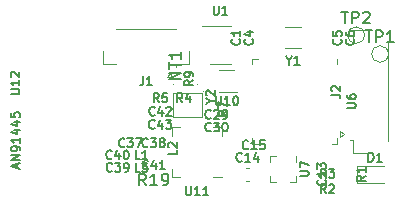
<source format=gbr>
G04 #@! TF.GenerationSoftware,KiCad,Pcbnew,(5.1.5-0-10_14)*
G04 #@! TF.CreationDate,2020-08-25T16:28:50-04:00*
G04 #@! TF.ProjectId,ESLO,45534c4f-2e6b-4696-9361-645f70636258,rev?*
G04 #@! TF.SameCoordinates,Original*
G04 #@! TF.FileFunction,Legend,Top*
G04 #@! TF.FilePolarity,Positive*
%FSLAX46Y46*%
G04 Gerber Fmt 4.6, Leading zero omitted, Abs format (unit mm)*
G04 Created by KiCad (PCBNEW (5.1.5-0-10_14)) date 2020-08-25 16:28:50*
%MOMM*%
%LPD*%
G04 APERTURE LIST*
%ADD10C,0.120000*%
%ADD11C,0.100000*%
%ADD12C,0.150000*%
G04 APERTURE END LIST*
D10*
X168400000Y-101100000D02*
G75*
G03X168400000Y-101100000I-700000J0D01*
G01*
X170425000Y-102700000D02*
G75*
G03X170425000Y-102700000I-700000J0D01*
G01*
X154675000Y-106000000D02*
X154675000Y-106000000D01*
X154675000Y-108050000D02*
X154675000Y-106000000D01*
X152225000Y-108050000D02*
X154675000Y-108050000D01*
X152225000Y-106000000D02*
X152225000Y-108050000D01*
X154675000Y-106000000D02*
X152225000Y-106000000D01*
D11*
X154775000Y-105900000D02*
G75*
G03X154775000Y-105900000I-50000J0D01*
G01*
X152255000Y-105275000D02*
G75*
G03X152255000Y-105275000I-50000J0D01*
G01*
X154255000Y-105275000D02*
G75*
G03X154255000Y-105275000I-50000J0D01*
G01*
D10*
X155585000Y-113135000D02*
X156310000Y-113135000D01*
X152090000Y-108915000D02*
X152090000Y-109640000D01*
X152815000Y-108915000D02*
X152090000Y-108915000D01*
X156310000Y-108915000D02*
X156310000Y-109640000D01*
X155585000Y-108915000D02*
X156310000Y-108915000D01*
X152090000Y-113135000D02*
X152090000Y-112410000D01*
X152815000Y-113135000D02*
X152090000Y-113135000D01*
X157650000Y-105875000D02*
X156100000Y-105875000D01*
X156100000Y-104075000D02*
X157400000Y-104075000D01*
X166110000Y-103565000D02*
X166110000Y-103090000D01*
X158890000Y-110310000D02*
X159365000Y-110310000D01*
X158890000Y-109835000D02*
X158890000Y-110310000D01*
X158890000Y-103090000D02*
X159365000Y-103090000D01*
X158890000Y-103565000D02*
X158890000Y-103090000D01*
X166110000Y-110310000D02*
X165635000Y-110310000D01*
X166110000Y-109835000D02*
X166110000Y-110310000D01*
X162600000Y-111350000D02*
X162600000Y-111350000D01*
X162600000Y-111850000D02*
X162600000Y-111350000D01*
X160900000Y-111350000D02*
X160900000Y-111350000D01*
X160400000Y-111350000D02*
X160900000Y-111350000D01*
X160400000Y-111850000D02*
X160400000Y-111350000D01*
X160400000Y-113050000D02*
X160400000Y-113050000D01*
X160400000Y-113550000D02*
X160400000Y-113050000D01*
X160900000Y-113550000D02*
X160400000Y-113550000D01*
X162100000Y-113550000D02*
X162100000Y-113550000D01*
X162600000Y-113550000D02*
X162100000Y-113550000D01*
X162600000Y-113050000D02*
X162600000Y-113550000D01*
X157100000Y-100315000D02*
X154650000Y-100315000D01*
X155300000Y-103535000D02*
X157100000Y-103535000D01*
X151650000Y-104653553D02*
X152150000Y-104653553D01*
X151900000Y-104300000D02*
X151650000Y-104653553D01*
X152150000Y-104653553D02*
X151900000Y-104300000D01*
X152440000Y-100570000D02*
X147360000Y-100570000D01*
X146290000Y-103560000D02*
X147390000Y-103560000D01*
X146290000Y-102440000D02*
X146290000Y-103560000D01*
X152410000Y-103560000D02*
X152410000Y-103800000D01*
X153510000Y-103560000D02*
X152410000Y-103560000D01*
X153510000Y-102440000D02*
X153510000Y-103560000D01*
X166346447Y-109250000D02*
X166346447Y-109750000D01*
X166700000Y-109500000D02*
X166346447Y-109250000D01*
X166346447Y-109750000D02*
X166700000Y-109500000D01*
X170430000Y-110040000D02*
X170430000Y-101760000D01*
X167440000Y-100690000D02*
X167440000Y-101790000D01*
X168560000Y-100690000D02*
X167440000Y-100690000D01*
X167440000Y-110010000D02*
X167200000Y-110010000D01*
X167440000Y-111110000D02*
X167440000Y-110010000D01*
X168560000Y-111110000D02*
X167440000Y-111110000D01*
X163050000Y-100400000D02*
X161700000Y-100400000D01*
X163050000Y-102150000D02*
X161700000Y-102150000D01*
X167815000Y-113635000D02*
X170100000Y-113635000D01*
X167815000Y-112165000D02*
X167815000Y-113635000D01*
X170100000Y-112165000D02*
X167815000Y-112165000D01*
X158337221Y-113410000D02*
X158662779Y-113410000D01*
X158337221Y-112390000D02*
X158662779Y-112390000D01*
D12*
X166438095Y-99104380D02*
X167009523Y-99104380D01*
X166723809Y-100104380D02*
X166723809Y-99104380D01*
X167342857Y-100104380D02*
X167342857Y-99104380D01*
X167723809Y-99104380D01*
X167819047Y-99152000D01*
X167866666Y-99199619D01*
X167914285Y-99294857D01*
X167914285Y-99437714D01*
X167866666Y-99532952D01*
X167819047Y-99580571D01*
X167723809Y-99628190D01*
X167342857Y-99628190D01*
X168295238Y-99199619D02*
X168342857Y-99152000D01*
X168438095Y-99104380D01*
X168676190Y-99104380D01*
X168771428Y-99152000D01*
X168819047Y-99199619D01*
X168866666Y-99294857D01*
X168866666Y-99390095D01*
X168819047Y-99532952D01*
X168247619Y-100104380D01*
X168866666Y-100104380D01*
X168463095Y-100704380D02*
X169034523Y-100704380D01*
X168748809Y-101704380D02*
X168748809Y-100704380D01*
X169367857Y-101704380D02*
X169367857Y-100704380D01*
X169748809Y-100704380D01*
X169844047Y-100752000D01*
X169891666Y-100799619D01*
X169939285Y-100894857D01*
X169939285Y-101037714D01*
X169891666Y-101132952D01*
X169844047Y-101180571D01*
X169748809Y-101228190D01*
X169367857Y-101228190D01*
X170891666Y-101704380D02*
X170320238Y-101704380D01*
X170605952Y-101704380D02*
X170605952Y-100704380D01*
X170510714Y-100847238D01*
X170415476Y-100942476D01*
X170320238Y-100990095D01*
X138439285Y-106103571D02*
X139046428Y-106103571D01*
X139117857Y-106067857D01*
X139153571Y-106032142D01*
X139189285Y-105960714D01*
X139189285Y-105817857D01*
X139153571Y-105746428D01*
X139117857Y-105710714D01*
X139046428Y-105675000D01*
X138439285Y-105675000D01*
X139189285Y-104925000D02*
X139189285Y-105353571D01*
X139189285Y-105139285D02*
X138439285Y-105139285D01*
X138546428Y-105210714D01*
X138617857Y-105282142D01*
X138653571Y-105353571D01*
X138510714Y-104639285D02*
X138475000Y-104603571D01*
X138439285Y-104532142D01*
X138439285Y-104353571D01*
X138475000Y-104282142D01*
X138510714Y-104246428D01*
X138582142Y-104210714D01*
X138653571Y-104210714D01*
X138760714Y-104246428D01*
X139189285Y-104675000D01*
X139189285Y-104210714D01*
X139025000Y-112357142D02*
X139025000Y-112000000D01*
X139239285Y-112428571D02*
X138489285Y-112178571D01*
X139239285Y-111928571D01*
X139239285Y-111678571D02*
X138489285Y-111678571D01*
X139239285Y-111250000D01*
X138489285Y-111250000D01*
X139239285Y-110857142D02*
X139239285Y-110714285D01*
X139203571Y-110642857D01*
X139167857Y-110607142D01*
X139060714Y-110535714D01*
X138917857Y-110500000D01*
X138632142Y-110500000D01*
X138560714Y-110535714D01*
X138525000Y-110571428D01*
X138489285Y-110642857D01*
X138489285Y-110785714D01*
X138525000Y-110857142D01*
X138560714Y-110892857D01*
X138632142Y-110928571D01*
X138810714Y-110928571D01*
X138882142Y-110892857D01*
X138917857Y-110857142D01*
X138953571Y-110785714D01*
X138953571Y-110642857D01*
X138917857Y-110571428D01*
X138882142Y-110535714D01*
X138810714Y-110500000D01*
X139239285Y-109785714D02*
X139239285Y-110214285D01*
X139239285Y-110000000D02*
X138489285Y-110000000D01*
X138596428Y-110071428D01*
X138667857Y-110142857D01*
X138703571Y-110214285D01*
X138739285Y-109142857D02*
X139239285Y-109142857D01*
X138453571Y-109321428D02*
X138989285Y-109500000D01*
X138989285Y-109035714D01*
X138739285Y-108428571D02*
X139239285Y-108428571D01*
X138453571Y-108607142D02*
X138989285Y-108785714D01*
X138989285Y-108321428D01*
X138489285Y-107678571D02*
X138489285Y-108035714D01*
X138846428Y-108071428D01*
X138810714Y-108035714D01*
X138775000Y-107964285D01*
X138775000Y-107785714D01*
X138810714Y-107714285D01*
X138846428Y-107678571D01*
X138917857Y-107642857D01*
X139096428Y-107642857D01*
X139167857Y-107678571D01*
X139203571Y-107714285D01*
X139239285Y-107785714D01*
X139239285Y-107964285D01*
X139203571Y-108035714D01*
X139167857Y-108071428D01*
X149907142Y-113822380D02*
X149573809Y-113346190D01*
X149335714Y-113822380D02*
X149335714Y-112822380D01*
X149716666Y-112822380D01*
X149811904Y-112870000D01*
X149859523Y-112917619D01*
X149907142Y-113012857D01*
X149907142Y-113155714D01*
X149859523Y-113250952D01*
X149811904Y-113298571D01*
X149716666Y-113346190D01*
X149335714Y-113346190D01*
X150859523Y-113822380D02*
X150288095Y-113822380D01*
X150573809Y-113822380D02*
X150573809Y-112822380D01*
X150478571Y-112965238D01*
X150383333Y-113060476D01*
X150288095Y-113108095D01*
X151335714Y-113822380D02*
X151526190Y-113822380D01*
X151621428Y-113774761D01*
X151669047Y-113727142D01*
X151764285Y-113584285D01*
X151811904Y-113393809D01*
X151811904Y-113012857D01*
X151764285Y-112917619D01*
X151716666Y-112870000D01*
X151621428Y-112822380D01*
X151430952Y-112822380D01*
X151335714Y-112870000D01*
X151288095Y-112917619D01*
X151240476Y-113012857D01*
X151240476Y-113250952D01*
X151288095Y-113346190D01*
X151335714Y-113393809D01*
X151430952Y-113441428D01*
X151621428Y-113441428D01*
X151716666Y-113393809D01*
X151764285Y-113346190D01*
X151811904Y-113250952D01*
X152852380Y-104842857D02*
X151852380Y-104842857D01*
X152852380Y-104271428D01*
X151852380Y-104271428D01*
X151852380Y-103938095D02*
X151852380Y-103366666D01*
X152852380Y-103652380D02*
X151852380Y-103652380D01*
X152852380Y-102509523D02*
X152852380Y-103080952D01*
X152852380Y-102795238D02*
X151852380Y-102795238D01*
X151995238Y-102890476D01*
X152090476Y-102985714D01*
X152138095Y-103080952D01*
X158552857Y-110697857D02*
X158517142Y-110733571D01*
X158410000Y-110769285D01*
X158338571Y-110769285D01*
X158231428Y-110733571D01*
X158160000Y-110662142D01*
X158124285Y-110590714D01*
X158088571Y-110447857D01*
X158088571Y-110340714D01*
X158124285Y-110197857D01*
X158160000Y-110126428D01*
X158231428Y-110055000D01*
X158338571Y-110019285D01*
X158410000Y-110019285D01*
X158517142Y-110055000D01*
X158552857Y-110090714D01*
X159267142Y-110769285D02*
X158838571Y-110769285D01*
X159052857Y-110769285D02*
X159052857Y-110019285D01*
X158981428Y-110126428D01*
X158910000Y-110197857D01*
X158838571Y-110233571D01*
X159945714Y-110019285D02*
X159588571Y-110019285D01*
X159552857Y-110376428D01*
X159588571Y-110340714D01*
X159660000Y-110305000D01*
X159838571Y-110305000D01*
X159910000Y-110340714D01*
X159945714Y-110376428D01*
X159981428Y-110447857D01*
X159981428Y-110626428D01*
X159945714Y-110697857D01*
X159910000Y-110733571D01*
X159838571Y-110769285D01*
X159660000Y-110769285D01*
X159588571Y-110733571D01*
X159552857Y-110697857D01*
X155357142Y-106657142D02*
X155714285Y-106657142D01*
X154964285Y-106907142D02*
X155357142Y-106657142D01*
X154964285Y-106407142D01*
X155035714Y-106192857D02*
X155000000Y-106157142D01*
X154964285Y-106085714D01*
X154964285Y-105907142D01*
X155000000Y-105835714D01*
X155035714Y-105800000D01*
X155107142Y-105764285D01*
X155178571Y-105764285D01*
X155285714Y-105800000D01*
X155714285Y-106228571D01*
X155714285Y-105764285D01*
X153894285Y-104935000D02*
X153537142Y-105185000D01*
X153894285Y-105363571D02*
X153144285Y-105363571D01*
X153144285Y-105077857D01*
X153180000Y-105006428D01*
X153215714Y-104970714D01*
X153287142Y-104935000D01*
X153394285Y-104935000D01*
X153465714Y-104970714D01*
X153501428Y-105006428D01*
X153537142Y-105077857D01*
X153537142Y-105363571D01*
X153894285Y-104577857D02*
X153894285Y-104435000D01*
X153858571Y-104363571D01*
X153822857Y-104327857D01*
X153715714Y-104256428D01*
X153572857Y-104220714D01*
X153287142Y-104220714D01*
X153215714Y-104256428D01*
X153180000Y-104292142D01*
X153144285Y-104363571D01*
X153144285Y-104506428D01*
X153180000Y-104577857D01*
X153215714Y-104613571D01*
X153287142Y-104649285D01*
X153465714Y-104649285D01*
X153537142Y-104613571D01*
X153572857Y-104577857D01*
X153608571Y-104506428D01*
X153608571Y-104363571D01*
X153572857Y-104292142D01*
X153537142Y-104256428D01*
X153465714Y-104220714D01*
X150990000Y-106784285D02*
X150740000Y-106427142D01*
X150561428Y-106784285D02*
X150561428Y-106034285D01*
X150847142Y-106034285D01*
X150918571Y-106070000D01*
X150954285Y-106105714D01*
X150990000Y-106177142D01*
X150990000Y-106284285D01*
X150954285Y-106355714D01*
X150918571Y-106391428D01*
X150847142Y-106427142D01*
X150561428Y-106427142D01*
X151668571Y-106034285D02*
X151311428Y-106034285D01*
X151275714Y-106391428D01*
X151311428Y-106355714D01*
X151382857Y-106320000D01*
X151561428Y-106320000D01*
X151632857Y-106355714D01*
X151668571Y-106391428D01*
X151704285Y-106462857D01*
X151704285Y-106641428D01*
X151668571Y-106712857D01*
X151632857Y-106748571D01*
X151561428Y-106784285D01*
X151382857Y-106784285D01*
X151311428Y-106748571D01*
X151275714Y-106712857D01*
X152990000Y-106784285D02*
X152740000Y-106427142D01*
X152561428Y-106784285D02*
X152561428Y-106034285D01*
X152847142Y-106034285D01*
X152918571Y-106070000D01*
X152954285Y-106105714D01*
X152990000Y-106177142D01*
X152990000Y-106284285D01*
X152954285Y-106355714D01*
X152918571Y-106391428D01*
X152847142Y-106427142D01*
X152561428Y-106427142D01*
X153632857Y-106284285D02*
X153632857Y-106784285D01*
X153454285Y-105998571D02*
X153275714Y-106534285D01*
X153740000Y-106534285D01*
X156769285Y-107525000D02*
X156412142Y-107775000D01*
X156769285Y-107953571D02*
X156019285Y-107953571D01*
X156019285Y-107667857D01*
X156055000Y-107596428D01*
X156090714Y-107560714D01*
X156162142Y-107525000D01*
X156269285Y-107525000D01*
X156340714Y-107560714D01*
X156376428Y-107596428D01*
X156412142Y-107667857D01*
X156412142Y-107953571D01*
X156019285Y-107275000D02*
X156019285Y-106775000D01*
X156769285Y-107096428D01*
X149390000Y-112659285D02*
X149032857Y-112659285D01*
X149032857Y-111909285D01*
X149568571Y-111909285D02*
X150032857Y-111909285D01*
X149782857Y-112195000D01*
X149890000Y-112195000D01*
X149961428Y-112230714D01*
X149997142Y-112266428D01*
X150032857Y-112337857D01*
X150032857Y-112516428D01*
X149997142Y-112587857D01*
X149961428Y-112623571D01*
X149890000Y-112659285D01*
X149675714Y-112659285D01*
X149604285Y-112623571D01*
X149568571Y-112587857D01*
X152509285Y-110815000D02*
X152509285Y-111172142D01*
X151759285Y-111172142D01*
X151830714Y-110600714D02*
X151795000Y-110565000D01*
X151759285Y-110493571D01*
X151759285Y-110315000D01*
X151795000Y-110243571D01*
X151830714Y-110207857D01*
X151902142Y-110172142D01*
X151973571Y-110172142D01*
X152080714Y-110207857D01*
X152509285Y-110636428D01*
X152509285Y-110172142D01*
X149390000Y-111609285D02*
X149032857Y-111609285D01*
X149032857Y-110859285D01*
X150032857Y-111609285D02*
X149604285Y-111609285D01*
X149818571Y-111609285D02*
X149818571Y-110859285D01*
X149747142Y-110966428D01*
X149675714Y-111037857D01*
X149604285Y-111073571D01*
X150632857Y-108962857D02*
X150597142Y-108998571D01*
X150490000Y-109034285D01*
X150418571Y-109034285D01*
X150311428Y-108998571D01*
X150240000Y-108927142D01*
X150204285Y-108855714D01*
X150168571Y-108712857D01*
X150168571Y-108605714D01*
X150204285Y-108462857D01*
X150240000Y-108391428D01*
X150311428Y-108320000D01*
X150418571Y-108284285D01*
X150490000Y-108284285D01*
X150597142Y-108320000D01*
X150632857Y-108355714D01*
X151275714Y-108534285D02*
X151275714Y-109034285D01*
X151097142Y-108248571D02*
X150918571Y-108784285D01*
X151382857Y-108784285D01*
X151597142Y-108284285D02*
X152061428Y-108284285D01*
X151811428Y-108570000D01*
X151918571Y-108570000D01*
X151990000Y-108605714D01*
X152025714Y-108641428D01*
X152061428Y-108712857D01*
X152061428Y-108891428D01*
X152025714Y-108962857D01*
X151990000Y-108998571D01*
X151918571Y-109034285D01*
X151704285Y-109034285D01*
X151632857Y-108998571D01*
X151597142Y-108962857D01*
X150642857Y-107837857D02*
X150607142Y-107873571D01*
X150500000Y-107909285D01*
X150428571Y-107909285D01*
X150321428Y-107873571D01*
X150250000Y-107802142D01*
X150214285Y-107730714D01*
X150178571Y-107587857D01*
X150178571Y-107480714D01*
X150214285Y-107337857D01*
X150250000Y-107266428D01*
X150321428Y-107195000D01*
X150428571Y-107159285D01*
X150500000Y-107159285D01*
X150607142Y-107195000D01*
X150642857Y-107230714D01*
X151285714Y-107409285D02*
X151285714Y-107909285D01*
X151107142Y-107123571D02*
X150928571Y-107659285D01*
X151392857Y-107659285D01*
X151642857Y-107230714D02*
X151678571Y-107195000D01*
X151750000Y-107159285D01*
X151928571Y-107159285D01*
X152000000Y-107195000D01*
X152035714Y-107230714D01*
X152071428Y-107302142D01*
X152071428Y-107373571D01*
X152035714Y-107480714D01*
X151607142Y-107909285D01*
X152071428Y-107909285D01*
X150082857Y-112372857D02*
X150047142Y-112408571D01*
X149940000Y-112444285D01*
X149868571Y-112444285D01*
X149761428Y-112408571D01*
X149690000Y-112337142D01*
X149654285Y-112265714D01*
X149618571Y-112122857D01*
X149618571Y-112015714D01*
X149654285Y-111872857D01*
X149690000Y-111801428D01*
X149761428Y-111730000D01*
X149868571Y-111694285D01*
X149940000Y-111694285D01*
X150047142Y-111730000D01*
X150082857Y-111765714D01*
X150725714Y-111944285D02*
X150725714Y-112444285D01*
X150547142Y-111658571D02*
X150368571Y-112194285D01*
X150832857Y-112194285D01*
X151511428Y-112444285D02*
X151082857Y-112444285D01*
X151297142Y-112444285D02*
X151297142Y-111694285D01*
X151225714Y-111801428D01*
X151154285Y-111872857D01*
X151082857Y-111908571D01*
X147017857Y-111537857D02*
X146982142Y-111573571D01*
X146875000Y-111609285D01*
X146803571Y-111609285D01*
X146696428Y-111573571D01*
X146625000Y-111502142D01*
X146589285Y-111430714D01*
X146553571Y-111287857D01*
X146553571Y-111180714D01*
X146589285Y-111037857D01*
X146625000Y-110966428D01*
X146696428Y-110895000D01*
X146803571Y-110859285D01*
X146875000Y-110859285D01*
X146982142Y-110895000D01*
X147017857Y-110930714D01*
X147660714Y-111109285D02*
X147660714Y-111609285D01*
X147482142Y-110823571D02*
X147303571Y-111359285D01*
X147767857Y-111359285D01*
X148196428Y-110859285D02*
X148267857Y-110859285D01*
X148339285Y-110895000D01*
X148375000Y-110930714D01*
X148410714Y-111002142D01*
X148446428Y-111145000D01*
X148446428Y-111323571D01*
X148410714Y-111466428D01*
X148375000Y-111537857D01*
X148339285Y-111573571D01*
X148267857Y-111609285D01*
X148196428Y-111609285D01*
X148125000Y-111573571D01*
X148089285Y-111537857D01*
X148053571Y-111466428D01*
X148017857Y-111323571D01*
X148017857Y-111145000D01*
X148053571Y-111002142D01*
X148089285Y-110930714D01*
X148125000Y-110895000D01*
X148196428Y-110859285D01*
X147032857Y-112597857D02*
X146997142Y-112633571D01*
X146890000Y-112669285D01*
X146818571Y-112669285D01*
X146711428Y-112633571D01*
X146640000Y-112562142D01*
X146604285Y-112490714D01*
X146568571Y-112347857D01*
X146568571Y-112240714D01*
X146604285Y-112097857D01*
X146640000Y-112026428D01*
X146711428Y-111955000D01*
X146818571Y-111919285D01*
X146890000Y-111919285D01*
X146997142Y-111955000D01*
X147032857Y-111990714D01*
X147282857Y-111919285D02*
X147747142Y-111919285D01*
X147497142Y-112205000D01*
X147604285Y-112205000D01*
X147675714Y-112240714D01*
X147711428Y-112276428D01*
X147747142Y-112347857D01*
X147747142Y-112526428D01*
X147711428Y-112597857D01*
X147675714Y-112633571D01*
X147604285Y-112669285D01*
X147390000Y-112669285D01*
X147318571Y-112633571D01*
X147282857Y-112597857D01*
X148104285Y-112669285D02*
X148247142Y-112669285D01*
X148318571Y-112633571D01*
X148354285Y-112597857D01*
X148425714Y-112490714D01*
X148461428Y-112347857D01*
X148461428Y-112062142D01*
X148425714Y-111990714D01*
X148390000Y-111955000D01*
X148318571Y-111919285D01*
X148175714Y-111919285D01*
X148104285Y-111955000D01*
X148068571Y-111990714D01*
X148032857Y-112062142D01*
X148032857Y-112240714D01*
X148068571Y-112312142D01*
X148104285Y-112347857D01*
X148175714Y-112383571D01*
X148318571Y-112383571D01*
X148390000Y-112347857D01*
X148425714Y-112312142D01*
X148461428Y-112240714D01*
X150062857Y-110507857D02*
X150027142Y-110543571D01*
X149920000Y-110579285D01*
X149848571Y-110579285D01*
X149741428Y-110543571D01*
X149670000Y-110472142D01*
X149634285Y-110400714D01*
X149598571Y-110257857D01*
X149598571Y-110150714D01*
X149634285Y-110007857D01*
X149670000Y-109936428D01*
X149741428Y-109865000D01*
X149848571Y-109829285D01*
X149920000Y-109829285D01*
X150027142Y-109865000D01*
X150062857Y-109900714D01*
X150312857Y-109829285D02*
X150777142Y-109829285D01*
X150527142Y-110115000D01*
X150634285Y-110115000D01*
X150705714Y-110150714D01*
X150741428Y-110186428D01*
X150777142Y-110257857D01*
X150777142Y-110436428D01*
X150741428Y-110507857D01*
X150705714Y-110543571D01*
X150634285Y-110579285D01*
X150420000Y-110579285D01*
X150348571Y-110543571D01*
X150312857Y-110507857D01*
X151205714Y-110150714D02*
X151134285Y-110115000D01*
X151098571Y-110079285D01*
X151062857Y-110007857D01*
X151062857Y-109972142D01*
X151098571Y-109900714D01*
X151134285Y-109865000D01*
X151205714Y-109829285D01*
X151348571Y-109829285D01*
X151420000Y-109865000D01*
X151455714Y-109900714D01*
X151491428Y-109972142D01*
X151491428Y-110007857D01*
X151455714Y-110079285D01*
X151420000Y-110115000D01*
X151348571Y-110150714D01*
X151205714Y-110150714D01*
X151134285Y-110186428D01*
X151098571Y-110222142D01*
X151062857Y-110293571D01*
X151062857Y-110436428D01*
X151098571Y-110507857D01*
X151134285Y-110543571D01*
X151205714Y-110579285D01*
X151348571Y-110579285D01*
X151420000Y-110543571D01*
X151455714Y-110507857D01*
X151491428Y-110436428D01*
X151491428Y-110293571D01*
X151455714Y-110222142D01*
X151420000Y-110186428D01*
X151348571Y-110150714D01*
X148082857Y-110512857D02*
X148047142Y-110548571D01*
X147940000Y-110584285D01*
X147868571Y-110584285D01*
X147761428Y-110548571D01*
X147690000Y-110477142D01*
X147654285Y-110405714D01*
X147618571Y-110262857D01*
X147618571Y-110155714D01*
X147654285Y-110012857D01*
X147690000Y-109941428D01*
X147761428Y-109870000D01*
X147868571Y-109834285D01*
X147940000Y-109834285D01*
X148047142Y-109870000D01*
X148082857Y-109905714D01*
X148332857Y-109834285D02*
X148797142Y-109834285D01*
X148547142Y-110120000D01*
X148654285Y-110120000D01*
X148725714Y-110155714D01*
X148761428Y-110191428D01*
X148797142Y-110262857D01*
X148797142Y-110441428D01*
X148761428Y-110512857D01*
X148725714Y-110548571D01*
X148654285Y-110584285D01*
X148440000Y-110584285D01*
X148368571Y-110548571D01*
X148332857Y-110512857D01*
X149047142Y-109834285D02*
X149547142Y-109834285D01*
X149225714Y-110584285D01*
X155382857Y-109187857D02*
X155347142Y-109223571D01*
X155240000Y-109259285D01*
X155168571Y-109259285D01*
X155061428Y-109223571D01*
X154990000Y-109152142D01*
X154954285Y-109080714D01*
X154918571Y-108937857D01*
X154918571Y-108830714D01*
X154954285Y-108687857D01*
X154990000Y-108616428D01*
X155061428Y-108545000D01*
X155168571Y-108509285D01*
X155240000Y-108509285D01*
X155347142Y-108545000D01*
X155382857Y-108580714D01*
X155632857Y-108509285D02*
X156097142Y-108509285D01*
X155847142Y-108795000D01*
X155954285Y-108795000D01*
X156025714Y-108830714D01*
X156061428Y-108866428D01*
X156097142Y-108937857D01*
X156097142Y-109116428D01*
X156061428Y-109187857D01*
X156025714Y-109223571D01*
X155954285Y-109259285D01*
X155740000Y-109259285D01*
X155668571Y-109223571D01*
X155632857Y-109187857D01*
X156561428Y-108509285D02*
X156632857Y-108509285D01*
X156704285Y-108545000D01*
X156740000Y-108580714D01*
X156775714Y-108652142D01*
X156811428Y-108795000D01*
X156811428Y-108973571D01*
X156775714Y-109116428D01*
X156740000Y-109187857D01*
X156704285Y-109223571D01*
X156632857Y-109259285D01*
X156561428Y-109259285D01*
X156490000Y-109223571D01*
X156454285Y-109187857D01*
X156418571Y-109116428D01*
X156382857Y-108973571D01*
X156382857Y-108795000D01*
X156418571Y-108652142D01*
X156454285Y-108580714D01*
X156490000Y-108545000D01*
X156561428Y-108509285D01*
X155377857Y-108112857D02*
X155342142Y-108148571D01*
X155235000Y-108184285D01*
X155163571Y-108184285D01*
X155056428Y-108148571D01*
X154985000Y-108077142D01*
X154949285Y-108005714D01*
X154913571Y-107862857D01*
X154913571Y-107755714D01*
X154949285Y-107612857D01*
X154985000Y-107541428D01*
X155056428Y-107470000D01*
X155163571Y-107434285D01*
X155235000Y-107434285D01*
X155342142Y-107470000D01*
X155377857Y-107505714D01*
X155663571Y-107505714D02*
X155699285Y-107470000D01*
X155770714Y-107434285D01*
X155949285Y-107434285D01*
X156020714Y-107470000D01*
X156056428Y-107505714D01*
X156092142Y-107577142D01*
X156092142Y-107648571D01*
X156056428Y-107755714D01*
X155627857Y-108184285D01*
X156092142Y-108184285D01*
X156449285Y-108184285D02*
X156592142Y-108184285D01*
X156663571Y-108148571D01*
X156699285Y-108112857D01*
X156770714Y-108005714D01*
X156806428Y-107862857D01*
X156806428Y-107577142D01*
X156770714Y-107505714D01*
X156735000Y-107470000D01*
X156663571Y-107434285D01*
X156520714Y-107434285D01*
X156449285Y-107470000D01*
X156413571Y-107505714D01*
X156377857Y-107577142D01*
X156377857Y-107755714D01*
X156413571Y-107827142D01*
X156449285Y-107862857D01*
X156520714Y-107898571D01*
X156663571Y-107898571D01*
X156735000Y-107862857D01*
X156770714Y-107827142D01*
X156806428Y-107755714D01*
X153271428Y-113914285D02*
X153271428Y-114521428D01*
X153307142Y-114592857D01*
X153342857Y-114628571D01*
X153414285Y-114664285D01*
X153557142Y-114664285D01*
X153628571Y-114628571D01*
X153664285Y-114592857D01*
X153700000Y-114521428D01*
X153700000Y-113914285D01*
X154450000Y-114664285D02*
X154021428Y-114664285D01*
X154235714Y-114664285D02*
X154235714Y-113914285D01*
X154164285Y-114021428D01*
X154092857Y-114092857D01*
X154021428Y-114128571D01*
X155164285Y-114664285D02*
X154735714Y-114664285D01*
X154950000Y-114664285D02*
X154950000Y-113914285D01*
X154878571Y-114021428D01*
X154807142Y-114092857D01*
X154735714Y-114128571D01*
X155821428Y-106264285D02*
X155821428Y-106871428D01*
X155857142Y-106942857D01*
X155892857Y-106978571D01*
X155964285Y-107014285D01*
X156107142Y-107014285D01*
X156178571Y-106978571D01*
X156214285Y-106942857D01*
X156250000Y-106871428D01*
X156250000Y-106264285D01*
X157000000Y-107014285D02*
X156571428Y-107014285D01*
X156785714Y-107014285D02*
X156785714Y-106264285D01*
X156714285Y-106371428D01*
X156642857Y-106442857D01*
X156571428Y-106478571D01*
X157464285Y-106264285D02*
X157535714Y-106264285D01*
X157607142Y-106300000D01*
X157642857Y-106335714D01*
X157678571Y-106407142D01*
X157714285Y-106550000D01*
X157714285Y-106728571D01*
X157678571Y-106871428D01*
X157642857Y-106942857D01*
X157607142Y-106978571D01*
X157535714Y-107014285D01*
X157464285Y-107014285D01*
X157392857Y-106978571D01*
X157357142Y-106942857D01*
X157321428Y-106871428D01*
X157285714Y-106728571D01*
X157285714Y-106550000D01*
X157321428Y-106407142D01*
X157357142Y-106335714D01*
X157392857Y-106300000D01*
X157464285Y-106264285D01*
X166909285Y-107271428D02*
X167516428Y-107271428D01*
X167587857Y-107235714D01*
X167623571Y-107200000D01*
X167659285Y-107128571D01*
X167659285Y-106985714D01*
X167623571Y-106914285D01*
X167587857Y-106878571D01*
X167516428Y-106842857D01*
X166909285Y-106842857D01*
X166909285Y-106164285D02*
X166909285Y-106307142D01*
X166945000Y-106378571D01*
X166980714Y-106414285D01*
X167087857Y-106485714D01*
X167230714Y-106521428D01*
X167516428Y-106521428D01*
X167587857Y-106485714D01*
X167623571Y-106450000D01*
X167659285Y-106378571D01*
X167659285Y-106235714D01*
X167623571Y-106164285D01*
X167587857Y-106128571D01*
X167516428Y-106092857D01*
X167337857Y-106092857D01*
X167266428Y-106128571D01*
X167230714Y-106164285D01*
X167195000Y-106235714D01*
X167195000Y-106378571D01*
X167230714Y-106450000D01*
X167266428Y-106485714D01*
X167337857Y-106521428D01*
X162939285Y-113021428D02*
X163546428Y-113021428D01*
X163617857Y-112985714D01*
X163653571Y-112950000D01*
X163689285Y-112878571D01*
X163689285Y-112735714D01*
X163653571Y-112664285D01*
X163617857Y-112628571D01*
X163546428Y-112592857D01*
X162939285Y-112592857D01*
X162939285Y-112307142D02*
X162939285Y-111807142D01*
X163689285Y-112128571D01*
X155628571Y-98614285D02*
X155628571Y-99221428D01*
X155664285Y-99292857D01*
X155700000Y-99328571D01*
X155771428Y-99364285D01*
X155914285Y-99364285D01*
X155985714Y-99328571D01*
X156021428Y-99292857D01*
X156057142Y-99221428D01*
X156057142Y-98614285D01*
X156807142Y-99364285D02*
X156378571Y-99364285D01*
X156592857Y-99364285D02*
X156592857Y-98614285D01*
X156521428Y-98721428D01*
X156450000Y-98792857D01*
X156378571Y-98828571D01*
X165135000Y-113159285D02*
X164885000Y-112802142D01*
X164706428Y-113159285D02*
X164706428Y-112409285D01*
X164992142Y-112409285D01*
X165063571Y-112445000D01*
X165099285Y-112480714D01*
X165135000Y-112552142D01*
X165135000Y-112659285D01*
X165099285Y-112730714D01*
X165063571Y-112766428D01*
X164992142Y-112802142D01*
X164706428Y-112802142D01*
X165385000Y-112409285D02*
X165849285Y-112409285D01*
X165599285Y-112695000D01*
X165706428Y-112695000D01*
X165777857Y-112730714D01*
X165813571Y-112766428D01*
X165849285Y-112837857D01*
X165849285Y-113016428D01*
X165813571Y-113087857D01*
X165777857Y-113123571D01*
X165706428Y-113159285D01*
X165492142Y-113159285D01*
X165420714Y-113123571D01*
X165385000Y-113087857D01*
X165135000Y-114484285D02*
X164885000Y-114127142D01*
X164706428Y-114484285D02*
X164706428Y-113734285D01*
X164992142Y-113734285D01*
X165063571Y-113770000D01*
X165099285Y-113805714D01*
X165135000Y-113877142D01*
X165135000Y-113984285D01*
X165099285Y-114055714D01*
X165063571Y-114091428D01*
X164992142Y-114127142D01*
X164706428Y-114127142D01*
X165420714Y-113805714D02*
X165456428Y-113770000D01*
X165527857Y-113734285D01*
X165706428Y-113734285D01*
X165777857Y-113770000D01*
X165813571Y-113805714D01*
X165849285Y-113877142D01*
X165849285Y-113948571D01*
X165813571Y-114055714D01*
X165385000Y-114484285D01*
X165849285Y-114484285D01*
X149650000Y-104589285D02*
X149650000Y-105125000D01*
X149614285Y-105232142D01*
X149542857Y-105303571D01*
X149435714Y-105339285D01*
X149364285Y-105339285D01*
X150400000Y-105339285D02*
X149971428Y-105339285D01*
X150185714Y-105339285D02*
X150185714Y-104589285D01*
X150114285Y-104696428D01*
X150042857Y-104767857D01*
X149971428Y-104803571D01*
X165589285Y-106150000D02*
X166125000Y-106150000D01*
X166232142Y-106185714D01*
X166303571Y-106257142D01*
X166339285Y-106364285D01*
X166339285Y-106435714D01*
X165660714Y-105828571D02*
X165625000Y-105792857D01*
X165589285Y-105721428D01*
X165589285Y-105542857D01*
X165625000Y-105471428D01*
X165660714Y-105435714D01*
X165732142Y-105400000D01*
X165803571Y-105400000D01*
X165910714Y-105435714D01*
X166339285Y-105864285D01*
X166339285Y-105400000D01*
X167487857Y-101460000D02*
X167523571Y-101495714D01*
X167559285Y-101602857D01*
X167559285Y-101674285D01*
X167523571Y-101781428D01*
X167452142Y-101852857D01*
X167380714Y-101888571D01*
X167237857Y-101924285D01*
X167130714Y-101924285D01*
X166987857Y-101888571D01*
X166916428Y-101852857D01*
X166845000Y-101781428D01*
X166809285Y-101674285D01*
X166809285Y-101602857D01*
X166845000Y-101495714D01*
X166880714Y-101460000D01*
X166809285Y-100817142D02*
X166809285Y-100960000D01*
X166845000Y-101031428D01*
X166880714Y-101067142D01*
X166987857Y-101138571D01*
X167130714Y-101174285D01*
X167416428Y-101174285D01*
X167487857Y-101138571D01*
X167523571Y-101102857D01*
X167559285Y-101031428D01*
X167559285Y-100888571D01*
X167523571Y-100817142D01*
X167487857Y-100781428D01*
X167416428Y-100745714D01*
X167237857Y-100745714D01*
X167166428Y-100781428D01*
X167130714Y-100817142D01*
X167095000Y-100888571D01*
X167095000Y-101031428D01*
X167130714Y-101102857D01*
X167166428Y-101138571D01*
X167237857Y-101174285D01*
X166412857Y-101460000D02*
X166448571Y-101495714D01*
X166484285Y-101602857D01*
X166484285Y-101674285D01*
X166448571Y-101781428D01*
X166377142Y-101852857D01*
X166305714Y-101888571D01*
X166162857Y-101924285D01*
X166055714Y-101924285D01*
X165912857Y-101888571D01*
X165841428Y-101852857D01*
X165770000Y-101781428D01*
X165734285Y-101674285D01*
X165734285Y-101602857D01*
X165770000Y-101495714D01*
X165805714Y-101460000D01*
X165734285Y-100781428D02*
X165734285Y-101138571D01*
X166091428Y-101174285D01*
X166055714Y-101138571D01*
X166020000Y-101067142D01*
X166020000Y-100888571D01*
X166055714Y-100817142D01*
X166091428Y-100781428D01*
X166162857Y-100745714D01*
X166341428Y-100745714D01*
X166412857Y-100781428D01*
X166448571Y-100817142D01*
X166484285Y-100888571D01*
X166484285Y-101067142D01*
X166448571Y-101138571D01*
X166412857Y-101174285D01*
X158897857Y-101450000D02*
X158933571Y-101485714D01*
X158969285Y-101592857D01*
X158969285Y-101664285D01*
X158933571Y-101771428D01*
X158862142Y-101842857D01*
X158790714Y-101878571D01*
X158647857Y-101914285D01*
X158540714Y-101914285D01*
X158397857Y-101878571D01*
X158326428Y-101842857D01*
X158255000Y-101771428D01*
X158219285Y-101664285D01*
X158219285Y-101592857D01*
X158255000Y-101485714D01*
X158290714Y-101450000D01*
X158469285Y-100807142D02*
X158969285Y-100807142D01*
X158183571Y-100985714D02*
X158719285Y-101164285D01*
X158719285Y-100700000D01*
X165087857Y-113372142D02*
X165123571Y-113407857D01*
X165159285Y-113515000D01*
X165159285Y-113586428D01*
X165123571Y-113693571D01*
X165052142Y-113765000D01*
X164980714Y-113800714D01*
X164837857Y-113836428D01*
X164730714Y-113836428D01*
X164587857Y-113800714D01*
X164516428Y-113765000D01*
X164445000Y-113693571D01*
X164409285Y-113586428D01*
X164409285Y-113515000D01*
X164445000Y-113407857D01*
X164480714Y-113372142D01*
X165159285Y-112657857D02*
X165159285Y-113086428D01*
X165159285Y-112872142D02*
X164409285Y-112872142D01*
X164516428Y-112943571D01*
X164587857Y-113015000D01*
X164623571Y-113086428D01*
X164409285Y-112407857D02*
X164409285Y-111943571D01*
X164695000Y-112193571D01*
X164695000Y-112086428D01*
X164730714Y-112015000D01*
X164766428Y-111979285D01*
X164837857Y-111943571D01*
X165016428Y-111943571D01*
X165087857Y-111979285D01*
X165123571Y-112015000D01*
X165159285Y-112086428D01*
X165159285Y-112300714D01*
X165123571Y-112372142D01*
X165087857Y-112407857D01*
X157822857Y-101450000D02*
X157858571Y-101485714D01*
X157894285Y-101592857D01*
X157894285Y-101664285D01*
X157858571Y-101771428D01*
X157787142Y-101842857D01*
X157715714Y-101878571D01*
X157572857Y-101914285D01*
X157465714Y-101914285D01*
X157322857Y-101878571D01*
X157251428Y-101842857D01*
X157180000Y-101771428D01*
X157144285Y-101664285D01*
X157144285Y-101592857D01*
X157180000Y-101485714D01*
X157215714Y-101450000D01*
X157894285Y-100735714D02*
X157894285Y-101164285D01*
X157894285Y-100950000D02*
X157144285Y-100950000D01*
X157251428Y-101021428D01*
X157322857Y-101092857D01*
X157358571Y-101164285D01*
X162017857Y-103257142D02*
X162017857Y-103614285D01*
X161767857Y-102864285D02*
X162017857Y-103257142D01*
X162267857Y-102864285D01*
X162910714Y-103614285D02*
X162482142Y-103614285D01*
X162696428Y-103614285D02*
X162696428Y-102864285D01*
X162625000Y-102971428D01*
X162553571Y-103042857D01*
X162482142Y-103078571D01*
X168746428Y-111809285D02*
X168746428Y-111059285D01*
X168925000Y-111059285D01*
X169032142Y-111095000D01*
X169103571Y-111166428D01*
X169139285Y-111237857D01*
X169175000Y-111380714D01*
X169175000Y-111487857D01*
X169139285Y-111630714D01*
X169103571Y-111702142D01*
X169032142Y-111773571D01*
X168925000Y-111809285D01*
X168746428Y-111809285D01*
X169889285Y-111809285D02*
X169460714Y-111809285D01*
X169675000Y-111809285D02*
X169675000Y-111059285D01*
X169603571Y-111166428D01*
X169532142Y-111237857D01*
X169460714Y-111273571D01*
X158017857Y-111737857D02*
X157982142Y-111773571D01*
X157875000Y-111809285D01*
X157803571Y-111809285D01*
X157696428Y-111773571D01*
X157625000Y-111702142D01*
X157589285Y-111630714D01*
X157553571Y-111487857D01*
X157553571Y-111380714D01*
X157589285Y-111237857D01*
X157625000Y-111166428D01*
X157696428Y-111095000D01*
X157803571Y-111059285D01*
X157875000Y-111059285D01*
X157982142Y-111095000D01*
X158017857Y-111130714D01*
X158732142Y-111809285D02*
X158303571Y-111809285D01*
X158517857Y-111809285D02*
X158517857Y-111059285D01*
X158446428Y-111166428D01*
X158375000Y-111237857D01*
X158303571Y-111273571D01*
X159375000Y-111309285D02*
X159375000Y-111809285D01*
X159196428Y-111023571D02*
X159017857Y-111559285D01*
X159482142Y-111559285D01*
X168509285Y-113010000D02*
X168152142Y-113260000D01*
X168509285Y-113438571D02*
X167759285Y-113438571D01*
X167759285Y-113152857D01*
X167795000Y-113081428D01*
X167830714Y-113045714D01*
X167902142Y-113010000D01*
X168009285Y-113010000D01*
X168080714Y-113045714D01*
X168116428Y-113081428D01*
X168152142Y-113152857D01*
X168152142Y-113438571D01*
X168509285Y-112295714D02*
X168509285Y-112724285D01*
X168509285Y-112510000D02*
X167759285Y-112510000D01*
X167866428Y-112581428D01*
X167937857Y-112652857D01*
X167973571Y-112724285D01*
M02*

</source>
